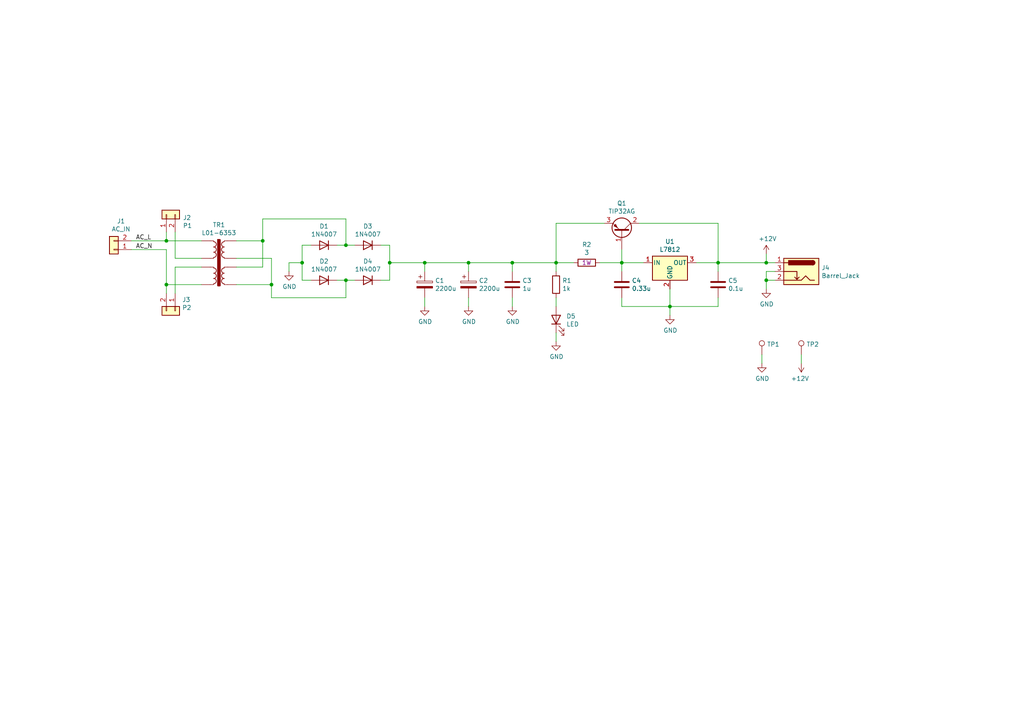
<source format=kicad_sch>
(kicad_sch (version 20211123) (generator eeschema)
  (paper "A4")
  (title_block (title "12V 1A PSU") (date "2022-10-03") (rev "1.1") (company "Aaron & Ryan Shappell"))
  (lib_symbols
    (symbol "Connector:Barrel_Jack_Switch" (pin_names hide)
      (property "Reference" "J" (at 0 5.334 0))
      (property "Value" "Barrel_Jack_Switch" (at 0 -5.08 0))
      (symbol "Barrel_Jack_Switch_0_1"
        (rectangle (start -5.08 3.81) (end 5.08 -3.81) (stroke (width 0.254)) (fill (type background)))
        (arc (start -3.302 3.175) (mid -3.937 2.54) (end -3.302 1.905) (stroke (width 0.254)))
        (arc (start -3.302 3.175) (mid -3.937 2.54) (end -3.302 1.905) (stroke (width 0.254)) (fill (type outline)))
        (polyline (pts (xy 1.27 -2.286) (xy 1.905 -1.651)) (stroke (width 0.254)))
        (polyline (pts (xy 5.08 2.54) (xy 3.81 2.54)) (stroke (width 0.254)))
        (polyline (pts (xy 5.08 0) (xy 1.27 0) (xy 1.27 -2.286) (xy 0.635 -1.651)) (stroke (width 0.254)))
        (polyline (pts (xy -3.81 -2.54) (xy -2.54 -2.54) (xy -1.27 -1.27) (xy 0 -2.54) (xy 2.54 -2.54) (xy 5.08 -2.54)) (stroke (width 0.254)))
        (rectangle (start 3.683 3.175) (end -3.302 1.905) (stroke (width 0.254)) (fill (type outline)))
      )
      (symbol "Barrel_Jack_Switch_1_1"
        (pin passive line (at 7.62 2.54 180) (length 2.54) (name "~") (number "1"))
        (pin passive line (at 7.62 -2.54 180) (length 2.54) (name "~") (number "2"))
        (pin passive line (at 7.62 0 180) (length 2.54) (name "~") (number "3"))
      )
    )
    (symbol "Connector:TestPoint" (pin_numbers hide) (pin_names (offset 0.762) hide)
      (property "Reference" "TP" (at 0 6.858 0))
      (property "Value" "TestPoint" (at 0 5.08 0))
      (symbol "TestPoint_0_1"
        (circle (center 0 3.302) (radius 0.762))
      )
      (symbol "TestPoint_1_1"
        (pin passive line (at 0 0 90) (length 2.54) (name "1") (number "1"))
      )
    )
    (symbol "Connector_Generic:Conn_01x02" (pin_names (offset 1.016) hide)
      (property "Reference" "J" (at 0 2.54 0))
      (property "Value" "Conn_01x02" (at 0 -5.08 0))
      (symbol "Conn_01x02_1_1"
        (rectangle (start -1.27 -2.413) (end 0 -2.667) (stroke (width 0.1524)))
        (rectangle (start -1.27 0.127) (end 0 -0.127) (stroke (width 0.1524)))
        (rectangle (start -1.27 1.27) (end 1.27 -3.81) (stroke (width 0.254)) (fill (type background)))
        (pin passive line (at -5.08 0 0) (length 3.81) (name "Pin_1") (number "1"))
        (pin passive line (at -5.08 -2.54 0) (length 3.81) (name "Pin_2") (number "2"))
      )
    )
    (symbol "Device:C" (pin_numbers hide) (pin_names (offset 0.254))
      (property "Reference" "C" (at 0.635 2.54 0))
      (property "Value" "C" (at 0.635 -2.54 0))
      (symbol "C_0_1"
        (polyline (pts (xy -2.032 -0.762) (xy 2.032 -0.762)) (stroke (width 0.508)))
        (polyline (pts (xy -2.032 0.762) (xy 2.032 0.762)) (stroke (width 0.508)))
      )
      (symbol "C_1_1"
        (pin passive line (at 0 3.81 270) (length 2.794) (name "~") (number "1"))
        (pin passive line (at 0 -3.81 90) (length 2.794) (name "~") (number "2"))
      )
    )
    (symbol "Device:C_Polarized" (pin_numbers hide) (pin_names (offset 0.254))
      (property "Reference" "C" (at 0.635 2.54 0))
      (property "Value" "C_Polarized" (at 0.635 -2.54 0))
      (symbol "C_Polarized_0_1"
        (rectangle (start -2.286 0.508) (end 2.286 1.016))
        (polyline (pts (xy -1.778 2.286) (xy -0.762 2.286)))
        (polyline (pts (xy -1.27 2.794) (xy -1.27 1.778)))
        (rectangle (start 2.286 -0.508) (end -2.286 -1.016) (fill (type outline)))
      )
      (symbol "C_Polarized_1_1"
        (pin passive line (at 0 3.81 270) (length 2.794) (name "~") (number "1"))
        (pin passive line (at 0 -3.81 90) (length 2.794) (name "~") (number "2"))
      )
    )
    (symbol "Device:LED" (pin_numbers hide) (pin_names (offset 1.016) hide)
      (property "Reference" "D" (at 0 2.54 0))
      (property "Value" "LED" (at 0 -2.54 0))
      (symbol "LED_0_1"
        (polyline (pts (xy -1.27 -1.27) (xy -1.27 1.27)) (stroke (width 0.254)))
        (polyline (pts (xy -1.27 0) (xy 1.27 0)))
        (polyline (pts (xy 1.27 -1.27) (xy 1.27 1.27) (xy -1.27 0) (xy 1.27 -1.27)) (stroke (width 0.254)))
        (polyline (pts (xy -3.048 -0.762) (xy -4.572 -2.286) (xy -3.81 -2.286) (xy -4.572 -2.286) (xy -4.572 -1.524)))
        (polyline (pts (xy -1.778 -0.762) (xy -3.302 -2.286) (xy -2.54 -2.286) (xy -3.302 -2.286) (xy -3.302 -1.524)))
      )
      (symbol "LED_1_1"
        (pin passive line (at -3.81 0 0) (length 2.54) (name "K") (number "1"))
        (pin passive line (at 3.81 0 180) (length 2.54) (name "A") (number "2"))
      )
    )
    (symbol "Device:Q_PNP_BCE" (pin_names (offset 0) hide)
      (property "Reference" "Q" (at 5.08 1.27 0))
      (property "Value" "Q_PNP_BCE" (at 5.08 -1.27 0))
      (symbol "Q_PNP_BCE_0_1"
        (polyline (pts (xy 0.635 0.635) (xy 2.54 2.54)))
        (polyline (pts (xy 0.635 -0.635) (xy 2.54 -2.54) (xy 2.54 -2.54)))
        (polyline (pts (xy 0.635 1.905) (xy 0.635 -1.905) (xy 0.635 -1.905)) (stroke (width 0.508)))
        (polyline (pts (xy 2.286 -1.778) (xy 1.778 -2.286) (xy 1.27 -1.27) (xy 2.286 -1.778) (xy 2.286 -1.778)) (fill (type outline)))
        (circle (center 1.27 0) (radius 2.8194) (stroke (width 0.254)))
      )
      (symbol "Q_PNP_BCE_1_1"
        (pin input line (at -5.08 0 0) (length 5.715) (name "B") (number "1"))
        (pin passive line (at 2.54 5.08 270) (length 2.54) (name "C") (number "2"))
        (pin passive line (at 2.54 -5.08 90) (length 2.54) (name "E") (number "3"))
      )
    )
    (symbol "Device:R" (pin_numbers hide) (pin_names (offset 0))
      (property "Reference" "R" (at 2.032 0 90))
      (property "Value" "R" (at 0 0 90))
      (symbol "R_0_1"
        (rectangle (start -1.016 -2.54) (end 1.016 2.54) (stroke (width 0.254)))
      )
      (symbol "R_1_1"
        (pin passive line (at 0 3.81 270) (length 1.27) (name "~") (number "1"))
        (pin passive line (at 0 -3.81 90) (length 1.27) (name "~") (number "2"))
      )
    )
    (symbol "Diode:1N4007" (pin_numbers hide) (pin_names (offset 1.016) hide)
      (property "Reference" "D" (at 0 2.54 0))
      (property "Value" "1N4007" (at 0 -2.54 0))
      (symbol "1N4007_0_1"
        (polyline (pts (xy -1.27 1.27) (xy -1.27 -1.27)) (stroke (width 0.254)))
        (polyline (pts (xy 1.27 0) (xy -1.27 0)))
        (polyline (pts (xy 1.27 1.27) (xy 1.27 -1.27) (xy -1.27 0) (xy 1.27 1.27)) (stroke (width 0.254)))
      )
      (symbol "1N4007_1_1"
        (pin passive line (at -3.81 0 0) (length 2.54) (name "K") (number "1"))
        (pin passive line (at 3.81 0 180) (length 2.54) (name "A") (number "2"))
      )
    )
    (symbol "Regulator_Linear:L7812" (pin_names (offset 0.254))
      (property "Reference" "U" (at -3.81 3.175 0))
      (property "Value" "L7812" (at 0 3.175 0))
      (symbol "L7812_0_1"
        (rectangle (start -5.08 1.905) (end 5.08 -5.08) (stroke (width 0.254)) (fill (type background)))
      )
      (symbol "L7812_1_1"
        (pin power_in line (at -7.62 0 0) (length 2.54) (name "IN") (number "1"))
        (pin power_in line (at 0 -7.62 90) (length 2.54) (name "GND") (number "2"))
        (pin power_out line (at 7.62 0 180) (length 2.54) (name "OUT") (number "3"))
      )
    )
    (symbol "Transformer:TRANSF6" (pin_numbers hide) (pin_names (offset 0))
      (property "Reference" "TR" (at 0 10.16 0))
      (property "Value" "TRANSF6" (at 0 -7.62 0))
      (symbol "TRANSF6_0_1"
        (arc (start -1.524 -4.826) (mid -0.762 -4.064) (end -1.524 -3.302) (stroke (width 0.2032)))
        (arc (start -1.524 -3.302) (mid -0.762 -2.54) (end -1.524 -1.778) (stroke (width 0.2032)))
        (arc (start -1.524 -1.778) (mid -0.762 -1.016) (end -1.524 -0.254) (stroke (width 0.2032)))
        (arc (start -1.524 2.794) (mid -0.762 3.556) (end -1.524 4.318) (stroke (width 0.2032)))
        (arc (start -1.524 4.318) (mid -0.762 5.08) (end -1.524 5.842) (stroke (width 0.2032)))
        (arc (start -1.524 5.842) (mid -0.762 6.604) (end -1.524 7.366) (stroke (width 0.2032)))
        (rectangle (start -0.254 7.874) (end 0.254 -5.334) (stroke (width 0.508)) (fill (type outline)))
        (polyline (pts (xy 1.524 -4.826) (xy 1.524 -5.08) (xy 1.524 -5.08)) (fill (type outline)))
        (polyline (pts (xy 1.524 0) (xy 1.524 -0.254) (xy 1.524 -0.254)) (fill (type outline)))
        (polyline (pts (xy 1.524 0) (xy 2.54 0) (xy 2.54 0)))
        (polyline (pts (xy 1.524 2.54) (xy 1.524 2.794) (xy 1.524 2.794)) (fill (type outline)))
        (polyline (pts (xy 1.524 2.54) (xy 2.54 2.54) (xy 2.54 2.54)))
        (polyline (pts (xy 1.524 7.62) (xy 1.524 7.366) (xy 1.524 7.366)) (fill (type outline)))
        (polyline (pts (xy 1.524 7.62) (xy 2.54 7.62) (xy 2.54 7.62)))
        (polyline (pts (xy 2.54 -5.08) (xy 1.524 -5.08) (xy 1.524 -5.08)))
        (polyline (pts (xy -1.524 -4.826) (xy -1.524 -5.08) (xy -2.54 -5.08) (xy -2.54 -5.08)))
        (polyline (pts (xy -1.524 -0.254) (xy -1.524 0) (xy -2.54 0) (xy -2.54 0)))
        (polyline (pts (xy -1.524 2.794) (xy -1.524 2.54) (xy -2.54 2.54) (xy -2.54 2.54)))
        (polyline (pts (xy -1.524 7.366) (xy -1.524 7.62) (xy -2.54 7.62) (xy -2.54 7.62)))
        (arc (start 1.524 -3.302) (mid 0.762 -4.064) (end 1.524 -4.826) (stroke (width 0.2032)))
        (arc (start 1.524 -1.778) (mid 0.762 -2.54) (end 1.524 -3.302) (stroke (width 0.2032)))
        (arc (start 1.524 -0.254) (mid 0.762 -1.016) (end 1.524 -1.778) (stroke (width 0.2032)))
        (arc (start 1.524 4.318) (mid 0.762 3.556) (end 1.524 2.794) (stroke (width 0.2032)))
        (arc (start 1.524 5.842) (mid 0.762 5.08) (end 1.524 4.318) (stroke (width 0.2032)))
        (arc (start 1.524 7.366) (mid 0.762 6.604) (end 1.524 5.842) (stroke (width 0.2032)))
      )
      (symbol "TRANSF6_1_1"
        (pin passive line (at -5.08 7.62 0) (length 2.54) (name "~") (number "1"))
        (pin passive line (at -5.08 2.54 0) (length 2.54) (name "~") (number "2"))
        (pin passive line (at -5.08 0 0) (length 2.54) (name "~") (number "3"))
        (pin passive line (at -5.08 -5.08 0) (length 2.54) (name "~") (number "4"))
        (pin passive line (at 5.08 -5.08 180) (length 2.54) (name "~") (number "5"))
        (pin passive line (at 5.08 0 180) (length 2.54) (name "~") (number "6"))
        (pin passive line (at 5.08 2.54 180) (length 2.54) (name "~") (number "7"))
        (pin passive line (at 5.08 7.62 180) (length 2.54) (name "~") (number "8"))
      )
    )
    (symbol "power:+12V" (power) (pin_names (offset 0))
      (property "Value" "+12V" (at 0 3.556 0))
      (symbol "+12V_0_1"
        (polyline (pts (xy -0.762 1.27) (xy 0 2.54)))
        (polyline (pts (xy 0 0) (xy 0 2.54)))
        (polyline (pts (xy 0 2.54) (xy 0.762 1.27)))
      )
      (symbol "+12V_1_1"
        (pin power_in line (at 0 0 90) (length 0) hide (name "+12V") (number "1"))
      )
    )
    (symbol "power:GND" (power) (pin_names (offset 0))
      (property "Value" "GND" (at 0 -3.81 0))
      (symbol "GND_0_1"
        (polyline (pts (xy 0 0) (xy 0 -1.27) (xy 1.27 -1.27) (xy 0 -2.54) (xy -1.27 -1.27) (xy 0 -1.27)))
      )
      (symbol "GND_1_1"
        (pin power_in line (at 0 0 270) (length 0) hide (name "GND") (number "1"))
      )
    )
  )
  (junction (at 87.63 76.2))
  (junction (at 78.74 82.55))
  (junction (at 135.89 76.2))
  (junction (at 100.33 71.12))
  (junction (at 76.2 69.85))
  (junction (at 148.59 76.2))
  (junction (at 222.25 76.2))
  (junction (at 100.33 81.28))
  (junction (at 48.26 82.55))
  (junction (at 222.25 81.28))
  (junction (at 123.19 76.2))
  (junction (at 208.28 76.2))
  (junction (at 161.29 76.2))
  (junction (at 194.31 88.9))
  (junction (at 113.03 76.2))
  (junction (at 48.26 69.85))
  (junction (at 180.34 76.2))
  (wire (pts (xy 48.26 82.55) (xy 58.42 82.55)))
  (wire (pts (xy 194.31 88.9) (xy 208.28 88.9)))
  (wire (pts (xy 161.29 78.74) (xy 161.29 76.2)))
  (wire (pts (xy 58.42 74.93) (xy 50.8 74.93)))
  (wire (pts (xy 224.79 78.74) (xy 222.25 78.74)))
  (wire (pts (xy 201.93 76.2) (xy 208.28 76.2)))
  (wire (pts (xy 148.59 76.2) (xy 161.29 76.2)))
  (wire (pts (xy 185.42 64.77) (xy 208.28 64.77)))
  (wire (pts (xy 194.31 88.9) (xy 194.31 83.82)))
  (wire (pts (xy 123.19 86.36) (xy 123.19 88.9)))
  (wire (pts (xy 113.03 81.28) (xy 110.49 81.28)))
  (wire (pts (xy 180.34 76.2) (xy 180.34 72.39)))
  (wire (pts (xy 48.26 85.09) (xy 48.26 82.55)))
  (wire (pts (xy 110.49 71.12) (xy 113.03 71.12)))
  (wire (pts (xy 50.8 77.47) (xy 58.42 77.47)))
  (wire (pts (xy 38.1 69.85) (xy 48.26 69.85)))
  (wire (pts (xy 123.19 76.2) (xy 135.89 76.2)))
  (wire (pts (xy 48.26 69.85) (xy 58.42 69.85)))
  (wire (pts (xy 83.82 76.2) (xy 87.63 76.2)))
  (wire (pts (xy 100.33 86.36) (xy 100.33 81.28)))
  (wire (pts (xy 100.33 71.12) (xy 102.87 71.12)))
  (wire (pts (xy 68.58 69.85) (xy 76.2 69.85)))
  (wire (pts (xy 48.26 67.31) (xy 48.26 69.85)))
  (wire (pts (xy 87.63 81.28) (xy 90.17 81.28)))
  (wire (pts (xy 68.58 77.47) (xy 76.2 77.47)))
  (wire (pts (xy 180.34 78.74) (xy 180.34 76.2)))
  (wire (pts (xy 100.33 71.12) (xy 100.33 63.5)))
  (wire (pts (xy 208.28 88.9) (xy 208.28 86.36)))
  (wire (pts (xy 173.99 76.2) (xy 180.34 76.2)))
  (wire (pts (xy 83.82 78.74) (xy 83.82 76.2)))
  (wire (pts (xy 194.31 88.9) (xy 194.31 91.44)))
  (wire (pts (xy 76.2 69.85) (xy 76.2 63.5)))
  (wire (pts (xy 208.28 76.2) (xy 208.28 78.74)))
  (wire (pts (xy 68.58 82.55) (xy 78.74 82.55)))
  (wire (pts (xy 222.25 83.82) (xy 222.25 81.28)))
  (wire (pts (xy 90.17 71.12) (xy 87.63 71.12)))
  (wire (pts (xy 97.79 81.28) (xy 100.33 81.28)))
  (wire (pts (xy 48.26 72.39) (xy 48.26 82.55)))
  (wire (pts (xy 38.1 72.39) (xy 48.26 72.39)))
  (wire (pts (xy 222.25 78.74) (xy 222.25 81.28)))
  (wire (pts (xy 113.03 76.2) (xy 113.03 81.28)))
  (wire (pts (xy 76.2 63.5) (xy 100.33 63.5)))
  (wire (pts (xy 113.03 71.12) (xy 113.03 76.2)))
  (wire (pts (xy 180.34 86.36) (xy 180.34 88.9)))
  (wire (pts (xy 161.29 64.77) (xy 175.26 64.77)))
  (wire (pts (xy 180.34 88.9) (xy 194.31 88.9)))
  (wire (pts (xy 161.29 88.9) (xy 161.29 86.36)))
  (wire (pts (xy 180.34 76.2) (xy 186.69 76.2)))
  (wire (pts (xy 222.25 76.2) (xy 224.79 76.2)))
  (wire (pts (xy 78.74 82.55) (xy 78.74 86.36)))
  (wire (pts (xy 50.8 67.31) (xy 50.8 74.93)))
  (wire (pts (xy 161.29 99.06) (xy 161.29 96.52)))
  (wire (pts (xy 87.63 71.12) (xy 87.63 76.2)))
  (wire (pts (xy 123.19 76.2) (xy 123.19 78.74)))
  (wire (pts (xy 208.28 76.2) (xy 222.25 76.2)))
  (wire (pts (xy 166.37 76.2) (xy 161.29 76.2)))
  (wire (pts (xy 208.28 76.2) (xy 208.28 64.77)))
  (wire (pts (xy 50.8 85.09) (xy 50.8 77.47)))
  (wire (pts (xy 76.2 69.85) (xy 76.2 77.47)))
  (wire (pts (xy 220.98 105.41) (xy 220.98 102.87)))
  (wire (pts (xy 135.89 88.9) (xy 135.89 86.36)))
  (wire (pts (xy 97.79 71.12) (xy 100.33 71.12)))
  (wire (pts (xy 87.63 76.2) (xy 87.63 81.28)))
  (wire (pts (xy 148.59 78.74) (xy 148.59 76.2)))
  (wire (pts (xy 68.58 74.93) (xy 78.74 74.93)))
  (wire (pts (xy 100.33 81.28) (xy 102.87 81.28)))
  (wire (pts (xy 78.74 86.36) (xy 100.33 86.36)))
  (wire (pts (xy 161.29 64.77) (xy 161.29 76.2)))
  (wire (pts (xy 222.25 81.28) (xy 224.79 81.28)))
  (wire (pts (xy 232.41 105.41) (xy 232.41 102.87)))
  (wire (pts (xy 78.74 74.93) (xy 78.74 82.55)))
  (wire (pts (xy 222.25 73.66) (xy 222.25 76.2)))
  (wire (pts (xy 135.89 76.2) (xy 148.59 76.2)))
  (wire (pts (xy 135.89 76.2) (xy 135.89 78.74)))
  (wire (pts (xy 148.59 88.9) (xy 148.59 86.36)))
  (wire (pts (xy 113.03 76.2) (xy 123.19 76.2)))
  (label "AC_N" (at 39.37 72.39 0))
  (label "AC_L" (at 39.37 69.85 0))
  (symbol (lib_id "Device:C_Polarized") (at 123.19 82.55 0) (unit 1)
    (property "Reference" "C1" (at 126.1872 81.3816 0) (effects (justify left)))
    (property "Value" "2200u" (at 126.1872 83.693 0) (effects (justify left)))
    (property "Footprint" "Capacitor_THT:CP_Radial_D16.0mm_P7.50mm" (effects hide))
  )
  (symbol (lib_id "Device:C") (at 208.28 82.55 0) (unit 1)
    (property "Reference" "C5" (at 211.201 81.3816 0) (effects (justify left)))
    (property "Value" "0.1u" (at 211.201 83.693 0) (effects (justify left)))
    (property "Footprint" "Capacitor_THT:C_Rect_L7.2mm_W2.5mm_P5.00mm_FKS2_FKP2_MKS2_MKP2" (effects hide))
  )
  (symbol (lib_id "Device:C") (at 180.34 82.55 0) (unit 1)
    (property "Reference" "C4" (at 183.261 81.3816 0) (effects (justify left)))
    (property "Value" "0.33u" (at 183.261 83.693 0) (effects (justify left)))
    (property "Footprint" "Capacitor_THT:C_Rect_L7.2mm_W3.5mm_P5.00mm_FKS2_FKP2_MKS2_MKP2" (effects hide))
  )
  (symbol (lib_id "power:GND") (at 194.31 91.44 0) (unit 1)
    (property "Reference" "#PWR010" (effects hide))
    (property "Value" "GND" (at 194.437 95.8342 0))
  )
  (symbol (lib_id "Transformer:TRANSF6") (at 63.5 77.47 0) (unit 1)
    (property "Reference" "TR1" (at 63.5 65.2272 0))
    (property "Value" "L01-6353" (at 63.5 67.5386 0))
    (property "Footprint" "12v1a_psu:L01-6363" (effects hide))
  )
  (symbol (lib_id "power:GND") (at 123.19 88.9 0) (unit 1)
    (property "Reference" "#PWR06" (effects hide))
    (property "Value" "GND" (at 123.317 93.2942 0))
  )
  (symbol (lib_id "Device:LED") (at 161.29 92.71 90) (unit 1)
    (property "Reference" "D5" (at 164.2618 91.7194 90) (effects (justify right)))
    (property "Value" "LED" (at 164.2618 94.0308 90) (effects (justify right)))
    (property "Footprint" "LED_THT:LED_D5.0mm_Horizontal_O1.27mm_Z3.0mm" (effects hide))
  )
  (symbol (lib_id "Device:R") (at 161.29 82.55 0) (unit 1)
    (property "Reference" "R1" (at 163.068 81.3816 0) (effects (justify left)))
    (property "Value" "1k" (at 163.068 83.693 0) (effects (justify left)))
    (property "Footprint" "Resistor_THT:R_Axial_DIN0207_L6.3mm_D2.5mm_P10.16mm_Horizontal" (effects hide))
  )
  (symbol (lib_id "power:GND") (at 161.29 99.06 0) (unit 1)
    (property "Reference" "#PWR09" (effects hide))
    (property "Value" "GND" (at 161.417 103.4542 0))
  )
  (symbol (lib_id "power:GND") (at 222.25 83.82 0) (unit 1)
    (property "Reference" "#PWR011" (effects hide))
    (property "Value" "GND" (at 222.377 88.2142 0))
  )
  (symbol (lib_id "Connector:Barrel_Jack_Switch") (at 232.41 78.74 0) (mirror y) (unit 1)
    (property "Reference" "J4" (at 238.252 77.6732 0) (effects (justify right)))
    (property "Value" "Barrel_Jack" (at 238.252 79.9846 0) (effects (justify right)))
    (property "Footprint" "12v1a_psu:BarrelJack_Horizontal" (effects hide))
  )
  (symbol (lib_id "power:GND") (at 83.82 78.74 0) (unit 1)
    (property "Reference" "#PWR05" (effects hide))
    (property "Value" "GND" (at 83.947 83.1342 0))
  )
  (symbol (lib_id "Diode:1N4007") (at 93.98 81.28 180) (unit 1)
    (property "Reference" "D2" (at 93.98 75.7936 0))
    (property "Value" "1N4007" (at 93.98 78.105 0))
    (property "Footprint" "Diode_THT:D_DO-41_SOD81_P10.16mm_Horizontal" (effects hide))
    (property "Datasheet" "http://www.vishay.com/docs/88503/1n4001.pdf" (effects hide))
  )
  (symbol (lib_id "Diode:1N4007") (at 93.98 71.12 180) (unit 1)
    (property "Reference" "D1" (at 93.98 65.6336 0))
    (property "Value" "1N4007" (at 93.98 67.945 0))
    (property "Footprint" "Diode_THT:D_DO-41_SOD81_P10.16mm_Horizontal" (effects hide))
    (property "Datasheet" "http://www.vishay.com/docs/88503/1n4001.pdf" (effects hide))
  )
  (symbol (lib_id "Diode:1N4007") (at 106.68 71.12 180) (unit 1)
    (property "Reference" "D3" (at 106.68 65.6336 0))
    (property "Value" "1N4007" (at 106.68 67.945 0))
    (property "Footprint" "Diode_THT:D_DO-41_SOD81_P10.16mm_Horizontal" (effects hide))
    (property "Datasheet" "http://www.vishay.com/docs/88503/1n4001.pdf" (effects hide))
  )
  (symbol (lib_id "Diode:1N4007") (at 106.68 81.28 180) (unit 1)
    (property "Reference" "D4" (at 106.68 75.7936 0))
    (property "Value" "1N4007" (at 106.68 78.105 0))
    (property "Footprint" "Diode_THT:D_DO-41_SOD81_P10.16mm_Horizontal" (effects hide))
    (property "Datasheet" "http://www.vishay.com/docs/88503/1n4001.pdf" (effects hide))
  )
  (symbol (lib_id "Connector_Generic:Conn_01x02") (at 48.26 62.23 90) (unit 1)
    (property "Reference" "J2" (at 53.0352 63.1444 90) (effects (justify right)))
    (property "Value" "P1" (at 53.0352 65.4558 90) (effects (justify right)))
    (property "Footprint" "Connector_Wire:SolderWire-0.75sqmm_1x02_P4.8mm_D1.25mm_OD2.3mm" (effects hide))
  )
  (symbol (lib_id "Connector_Generic:Conn_01x02") (at 50.8 90.17 270) (unit 1)
    (property "Reference" "J3" (at 52.832 86.9188 90) (effects (justify left)))
    (property "Value" "P2" (at 52.832 89.2302 90) (effects (justify left)))
    (property "Footprint" "Connector_Wire:SolderWire-0.75sqmm_1x02_P4.8mm_D1.25mm_OD2.3mm" (effects hide))
  )
  (symbol (lib_id "Regulator_Linear:L7812") (at 194.31 76.2 0) (unit 1)
    (property "Reference" "U1" (at 194.31 70.0532 0))
    (property "Value" "L7812" (at 194.31 72.3646 0))
    (property "Footprint" "Package_TO_SOT_THT:TO-220-3_Vertical" (effects hide))
    (property "Datasheet" "http://www.st.com/content/ccc/resource/technical/document/datasheet/41/4f/b3/b0/12/d4/47/88/CD00000444.pdf/files/CD00000444.pdf/jcr:content/translations/en.CD00000444.pdf" (effects hide))
  )
  (symbol (lib_id "Device:R") (at 170.18 76.2 270) (unit 1)
    (property "Reference" "R2" (at 170.18 70.9422 90))
    (property "Value" "3" (at 170.18 73.2536 90))
    (property "Footprint" "Resistor_THT:R_Axial_DIN0207_L6.3mm_D2.5mm_P10.16mm_Horizontal" (effects hide))
    (property "Field4" "1W" (at 170.18 76.2 90))
  )
  (symbol (lib_id "Device:Q_PNP_BCE") (at 180.34 67.31 270) (mirror x) (unit 1)
    (property "Reference" "Q1" (at 180.34 58.9788 90))
    (property "Value" "TIP32AG" (at 180.34 61.2902 90))
    (property "Footprint" "Package_TO_SOT_THT:TO-220-3_Vertical" (effects hide))
  )
  (symbol (lib_id "Device:C") (at 148.59 82.55 0) (unit 1)
    (property "Reference" "C3" (at 151.511 81.3816 0) (effects (justify left)))
    (property "Value" "1u" (at 151.511 83.693 0) (effects (justify left)))
    (property "Footprint" "Capacitor_THT:C_Rect_L18.0mm_W8.0mm_P15.00mm_FKS3_FKP3" (effects hide))
  )
  (symbol (lib_id "power:GND") (at 148.59 88.9 0) (unit 1)
    (property "Reference" "#PWR08" (effects hide))
    (property "Value" "GND" (at 148.717 93.2942 0))
  )
  (symbol (lib_id "Connector:TestPoint") (at 220.98 102.87 0) (unit 1)
    (property "Reference" "TP1" (at 222.4532 99.8728 0) (effects (justify left)))
    (property "Value" "TestPoint" (effects hide))
    (property "Footprint" "TestPoint:TestPoint_THTPad_2.0x2.0mm_Drill1.0mm" (effects hide))
  )
  (symbol (lib_id "power:GND") (at 220.98 105.41 0) (unit 1)
    (property "Reference" "#PWR012" (effects hide))
    (property "Value" "GND" (at 221.107 109.8042 0))
  )
  (symbol (lib_id "Connector:TestPoint") (at 232.41 102.87 0) (unit 1)
    (property "Reference" "TP2" (at 233.8832 99.8728 0) (effects (justify left)))
    (property "Value" "TestPoint" (effects hide))
    (property "Footprint" "TestPoint:TestPoint_THTPad_D2.0mm_Drill1.0mm" (effects hide))
  )
  (symbol (lib_id "power:+12V") (at 222.25 73.66 0) (unit 1)
    (property "Reference" "#PWR014" (effects hide))
    (property "Value" "+12V" (at 222.631 69.2658 0))
  )
  (symbol (lib_id "Connector_Generic:Conn_01x02") (at 33.02 72.39 180) (unit 1)
    (property "Reference" "J1" (at 35.1028 64.135 0))
    (property "Value" "AC_IN" (at 35.1028 66.4464 0))
    (property "Footprint" "Connector_Wire:SolderWire-0.75sqmm_1x02_P4.8mm_D1.25mm_OD2.3mm" (effects hide))
  )
  (symbol (lib_id "power:+12V") (at 232.41 105.41 180) (unit 1)
    (property "Reference" "#PWR013" (effects hide))
    (property "Value" "+12V" (at 232.029 109.8042 0))
  )
  (symbol (lib_id "Device:C_Polarized") (at 135.89 82.55 0) (unit 1)
    (property "Reference" "C2" (at 138.8872 81.3816 0) (effects (justify left)))
    (property "Value" "2200u" (at 138.8872 83.693 0) (effects (justify left)))
    (property "Footprint" "Capacitor_THT:CP_Radial_D16.0mm_P7.50mm" (effects hide))
  )
  (symbol (lib_id "power:GND") (at 135.89 88.9 0) (unit 1)
    (property "Reference" "#PWR07" (effects hide))
    (property "Value" "GND" (at 136.017 93.2942 0))
  )
)
</source>
